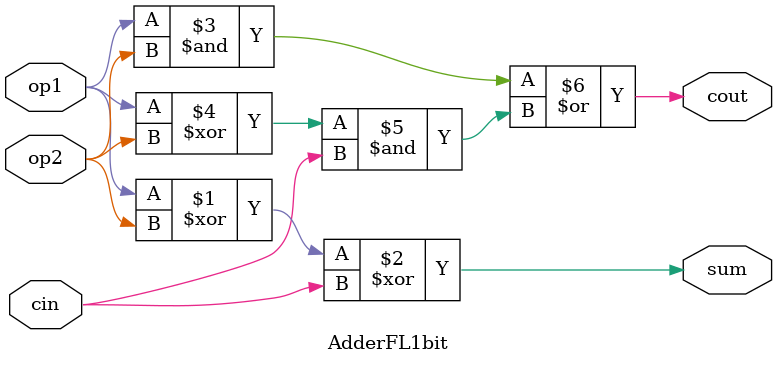
<source format=v>
module AdderFL1bit(
    input  wire op1,
    input  wire op2,
    input  wire cin,
    output wire sum,
    output wire cout
);

    assign sum  = op1 ^ op2 ^ cin;
    assign cout = (op1 & op2) | ((op1 ^ op2) & cin);

endmodule
</source>
